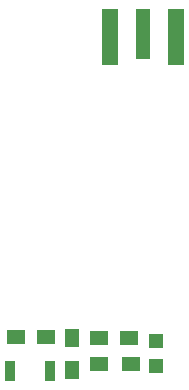
<source format=gbr>
G04 #@! TF.FileFunction,Paste,Top*
%FSLAX46Y46*%
G04 Gerber Fmt 4.6, Leading zero omitted, Abs format (unit mm)*
G04 Created by KiCad (PCBNEW 4.0.4-stable) date 12/30/16 23:23:28*
%MOMM*%
%LPD*%
G01*
G04 APERTURE LIST*
%ADD10C,0.100000*%
%ADD11R,1.500000X1.250000*%
%ADD12R,1.300000X1.500000*%
%ADD13R,1.198880X1.198880*%
%ADD14R,1.500000X1.300000*%
%ADD15R,0.900000X1.700000*%
%ADD16R,1.350000X4.700000*%
%ADD17R,1.270000X4.200000*%
G04 APERTURE END LIST*
D10*
D11*
X182010000Y-125830000D03*
X179510000Y-125830000D03*
D12*
X177250000Y-125870000D03*
X177250000Y-128570000D03*
D13*
X184360000Y-126080980D03*
X184360000Y-128179020D03*
D11*
X175000000Y-125790000D03*
X172500000Y-125790000D03*
D14*
X182210000Y-128030000D03*
X179510000Y-128030000D03*
D15*
X171960000Y-128600000D03*
X175360000Y-128600000D03*
D16*
X180480000Y-100350000D03*
X186050000Y-100350000D03*
X186050000Y-100350000D03*
D17*
X183265000Y-100100000D03*
D16*
X180480000Y-100350000D03*
M02*

</source>
